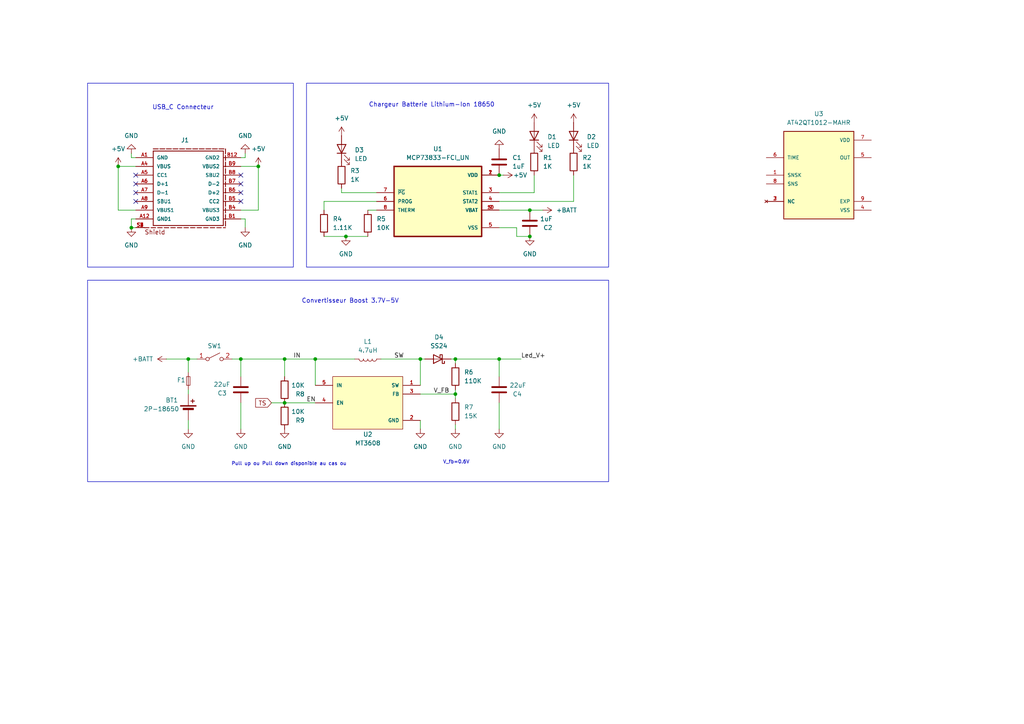
<source format=kicad_sch>
(kicad_sch (version 20231120) (generator "eeschema") (generator_version "8.0")
  (paper "A4")
  (lib_symbols
    (symbol "Device:Battery_Cell" (pin_numbers hide) (pin_names (offset 0) hide)
      (property "Reference" "BT" (at 2.54 2.54 0))
      (property "Value" "Battery_Cell" (at 2.54 0 0))
      (symbol "Battery_Cell_0_1"
        (rectangle (start -2.286 1.778) (end 2.286 1.524) (fill (type outline)))
        (rectangle (start -1.524 1.016) (end 1.524 0.508) (fill (type outline)))
        (polyline (pts (xy 0 0.762) (xy 0 0)))
        (polyline (pts (xy 0 1.778) (xy 0 2.54)))
        (polyline (pts (xy 0.762 3.048) (xy 1.778 3.048)) (stroke (width 0.254)))
        (polyline (pts (xy 1.27 3.556) (xy 1.27 2.54)) (stroke (width 0.254)))
      )
      (symbol "Battery_Cell_1_1"
        (pin passive line (at 0 5.08 270) (length 2.54) (name "+") (number "1"))
        (pin passive line (at 0 -2.54 90) (length 2.54) (name "-") (number "2"))
      )
    )
    (symbol "Device:C" (pin_numbers hide) (pin_names (offset 0.254))
      (property "Reference" "C" (at 0.635 2.54 0))
      (property "Value" "C" (at 0.635 -2.54 0))
      (symbol "C_0_1"
        (polyline (pts (xy -2.032 -0.762) (xy 2.032 -0.762)) (stroke (width 0.508)))
        (polyline (pts (xy -2.032 0.762) (xy 2.032 0.762)) (stroke (width 0.508)))
      )
      (symbol "C_1_1"
        (pin passive line (at 0 3.81 270) (length 2.794) (name "~") (number "1"))
        (pin passive line (at 0 -3.81 90) (length 2.794) (name "~") (number "2"))
      )
    )
    (symbol "Device:Fuse_Small" (pin_numbers hide) (pin_names (offset 0.254) hide)
      (property "Reference" "F" (at 0 -1.524 0))
      (property "Value" "Fuse_Small" (at 0 1.524 0))
      (symbol "Fuse_Small_0_1"
        (rectangle (start -1.27 0.508) (end 1.27 -0.508))
        (polyline (pts (xy -1.27 0) (xy 1.27 0)))
      )
      (symbol "Fuse_Small_1_1"
        (pin passive line (at -2.54 0 0) (length 1.27) (name "~") (number "1"))
        (pin passive line (at 2.54 0 180) (length 1.27) (name "~") (number "2"))
      )
    )
    (symbol "Device:L" (pin_numbers hide) (pin_names (offset 1.016) hide)
      (property "Reference" "L" (at -1.27 0 90))
      (property "Value" "L" (at 1.905 0 90))
      (symbol "L_0_1"
        (arc (start 0 -2.54) (mid 0.6323 -1.905) (end 0 -1.27))
        (arc (start 0 -1.27) (mid 0.6323 -0.635) (end 0 0))
        (arc (start 0 0) (mid 0.6323 0.635) (end 0 1.27))
        (arc (start 0 1.27) (mid 0.6323 1.905) (end 0 2.54))
      )
      (symbol "L_1_1"
        (pin passive line (at 0 3.81 270) (length 1.27) (name "1") (number "1"))
        (pin passive line (at 0 -3.81 90) (length 1.27) (name "2") (number "2"))
      )
    )
    (symbol "Device:LED" (pin_numbers hide) (pin_names (offset 1.016) hide)
      (property "Reference" "D" (at 0 2.54 0))
      (property "Value" "LED" (at 0 -2.54 0))
      (symbol "LED_0_1"
        (polyline (pts (xy -1.27 -1.27) (xy -1.27 1.27)) (stroke (width 0.254)))
        (polyline (pts (xy -1.27 0) (xy 1.27 0)))
        (polyline (pts (xy 1.27 -1.27) (xy 1.27 1.27) (xy -1.27 0) (xy 1.27 -1.27)) (stroke (width 0.254)))
        (polyline (pts (xy -3.048 -0.762) (xy -4.572 -2.286) (xy -3.81 -2.286) (xy -4.572 -2.286) (xy -4.572 -1.524)))
        (polyline (pts (xy -1.778 -0.762) (xy -3.302 -2.286) (xy -2.54 -2.286) (xy -3.302 -2.286) (xy -3.302 -1.524)))
      )
      (symbol "LED_1_1"
        (pin passive line (at -3.81 0 0) (length 2.54) (name "K") (number "1"))
        (pin passive line (at 3.81 0 180) (length 2.54) (name "A") (number "2"))
      )
    )
    (symbol "Device:R" (pin_numbers hide) (pin_names (offset 0))
      (property "Reference" "R" (at 2.032 0 90))
      (property "Value" "R" (at 0 0 90))
      (symbol "R_0_1"
        (rectangle (start -1.016 -2.54) (end 1.016 2.54) (stroke (width 0.254)))
      )
      (symbol "R_1_1"
        (pin passive line (at 0 3.81 270) (length 1.27) (name "~") (number "1"))
        (pin passive line (at 0 -3.81 90) (length 1.27) (name "~") (number "2"))
      )
    )
    (symbol "Diode:SS24" (pin_numbers hide) (pin_names (offset 1.016) hide)
      (property "Reference" "D" (at 0 2.54 0))
      (property "Value" "SS24" (at 0 -2.54 0))
      (symbol "SS24_0_1"
        (polyline (pts (xy 1.27 0) (xy -1.27 0)))
        (polyline (pts (xy 1.27 1.27) (xy 1.27 -1.27) (xy -1.27 0) (xy 1.27 1.27)) (stroke (width 0.254)))
        (polyline (pts (xy -1.905 0.635) (xy -1.905 1.27) (xy -1.27 1.27) (xy -1.27 -1.27) (xy -0.635 -1.27) (xy -0.635 -0.635)) (stroke (width 0.254)))
      )
      (symbol "SS24_1_1"
        (pin passive line (at -3.81 0 0) (length 2.54) (name "K") (number "1"))
        (pin passive line (at 3.81 0 180) (length 2.54) (name "A") (number "2"))
      )
    )
    (symbol "LAMP_OUTDOOR_BATTERY:AT42QT1012-MAHR" (pin_names (offset 1.016))
      (property "Reference" "U" (at -10.16 13.208 0))
      (property "Value" "AT42QT1012-MAHR" (at -10.16 -15.24 0))
      (symbol "AT42QT1012-MAHR_0_0"
        (rectangle (start -10.16 -12.7) (end 10.16 12.7) (stroke (width 0.254)) (fill (type background)))
        (pin bidirectional line (at -15.24 0 0) (length 5.08) (name "SNSK") (number "1"))
        (pin no_connect line (at -15.24 -7.62 0) (length 5.08) (name "NC") (number "2"))
        (pin no_connect line (at -15.24 -7.62 0) (length 5.08) (name "NC") (number "3"))
        (pin power_in line (at 15.24 -10.16 180) (length 5.08) (name "VSS") (number "4"))
        (pin output line (at 15.24 5.08 180) (length 5.08) (name "OUT") (number "5"))
        (pin input line (at -15.24 5.08 0) (length 5.08) (name "TIME") (number "6"))
        (pin power_in line (at 15.24 10.16 180) (length 5.08) (name "VDD") (number "7"))
        (pin bidirectional line (at -15.24 -2.54 0) (length 5.08) (name "SNS") (number "8"))
        (pin passive line (at 15.24 -7.62 180) (length 5.08) (name "EXP") (number "9"))
      )
    )
    (symbol "LAMP_OUTDOOR_BATTERY:MCP73833-FCI_UN" (pin_names (offset 1.016))
      (property "Reference" "U" (at -12.7 11.16 0))
      (property "Value" "MCP73833-FCI_UN" (at -12.7 -14.16 0))
      (symbol "MCP73833-FCI_UN_0_0"
        (rectangle (start -12.7 -10.16) (end 12.7 10.16) (stroke (width 0.41)) (fill (type background)))
        (pin power_in line (at 17.78 7.62 180) (length 5.08) (name "VDD") (number "1"))
        (pin output line (at 17.78 -2.54 180) (length 5.08) (name "VBAT") (number "10"))
        (pin power_in line (at 17.78 7.62 180) (length 5.08) (name "VDD") (number "2"))
        (pin output line (at 17.78 2.54 180) (length 5.08) (name "STAT1") (number "3"))
        (pin output line (at 17.78 0 180) (length 5.08) (name "STAT2") (number "4"))
        (pin power_in line (at 17.78 -7.62 180) (length 5.08) (name "VSS") (number "5"))
        (pin input line (at -17.78 0 0) (length 5.08) (name "PROG") (number "6"))
        (pin input line (at -17.78 2.54 0) (length 5.08) (name "~{PG}") (number "7"))
        (pin input line (at -17.78 -2.54 0) (length 5.08) (name "THERM") (number "8"))
        (pin output line (at 17.78 -2.54 180) (length 5.08) (name "VBAT") (number "9"))
      )
    )
    (symbol "LAMP_OUTDOOR_BATTERY:MT3608" (pin_names (offset 1.016))
      (property "Reference" "U" (at -10.16 10.16 0))
      (property "Value" "MT3608" (at -10.16 -12.7 0))
      (symbol "MT3608_0_0"
        (rectangle (start -10.16 -7.62) (end 10.16 7.62) (stroke (width 0.1524)) (fill (type background)))
        (pin output line (at 15.24 5.08 180) (length 5.08) (name "SW") (number "1"))
        (pin power_in line (at 15.24 -5.08 180) (length 5.08) (name "GND") (number "2"))
        (pin input line (at 15.24 2.54 180) (length 5.08) (name "FB") (number "3"))
        (pin input line (at -15.24 0 0) (length 5.08) (name "EN") (number "4"))
        (pin input line (at -15.24 5.08 0) (length 5.08) (name "IN") (number "5"))
      )
    )
    (symbol "LAMP_OUTDOOR_BATTERY:USB-C Connecteur 16p" (pin_names (offset 1.016))
      (property "Reference" "J" (at 0 11.43 0))
      (symbol "USB-C Connecteur 16p_0_0"
        (polyline (pts (xy -12.7 -12.7) (xy -11.3771 -12.7)) (stroke (width 0.254)))
        (polyline (pts (xy -10.795 -12.7) (xy -9.4721 -12.7)) (stroke (width 0.254)))
        (polyline (pts (xy -10.16 -12.065) (xy -10.16 9.525)) (stroke (width 0.254)))
        (polyline (pts (xy -10.16 9.525) (xy 10.16 9.525)) (stroke (width 0.254)))
        (polyline (pts (xy -10.16 10.16) (xy -8.6995 10.16)) (stroke (width 0.254)))
        (polyline (pts (xy -8.89 -12.7) (xy -7.5671 -12.7)) (stroke (width 0.254)))
        (polyline (pts (xy -8.255 10.16) (xy -6.7945 10.16)) (stroke (width 0.254)))
        (polyline (pts (xy -6.985 -12.7) (xy -5.6621 -12.7)) (stroke (width 0.254)))
        (polyline (pts (xy -6.35 10.16) (xy -4.8895 10.16)) (stroke (width 0.254)))
        (polyline (pts (xy -5.08 -12.7) (xy -3.7571 -12.7)) (stroke (width 0.254)))
        (polyline (pts (xy -4.445 10.16) (xy -2.9845 10.16)) (stroke (width 0.254)))
        (polyline (pts (xy -3.175 -12.7) (xy -1.8521 -12.7)) (stroke (width 0.254)))
        (polyline (pts (xy -2.54 10.16) (xy -1.0795 10.16)) (stroke (width 0.254)))
        (polyline (pts (xy -1.27 -12.7) (xy 0.0529 -12.7)) (stroke (width 0.254)))
        (polyline (pts (xy -0.635 10.16) (xy 0.8255 10.16)) (stroke (width 0.254)))
        (polyline (pts (xy 0.635 -12.7) (xy 1.9579 -12.7)) (stroke (width 0.254)))
        (polyline (pts (xy 1.27 10.16) (xy 2.7305 10.16)) (stroke (width 0.254)))
        (polyline (pts (xy 2.54 -12.7) (xy 3.8629 -12.7)) (stroke (width 0.254)))
        (polyline (pts (xy 3.175 10.16) (xy 4.6355 10.16)) (stroke (width 0.254)))
        (polyline (pts (xy 4.445 -12.7) (xy 5.7679 -12.7)) (stroke (width 0.254)))
        (polyline (pts (xy 5.08 10.16) (xy 6.5405 10.16)) (stroke (width 0.254)))
        (polyline (pts (xy 6.35 -12.7) (xy 7.6729 -12.7)) (stroke (width 0.254)))
        (polyline (pts (xy 6.985 10.16) (xy 8.4455 10.16)) (stroke (width 0.254)))
        (polyline (pts (xy 8.255 -12.7) (xy 9.5779 -12.7)) (stroke (width 0.254)))
        (polyline (pts (xy 8.89 10.16) (xy 10.3505 10.16)) (stroke (width 0.254)))
        (polyline (pts (xy 10.16 -12.7) (xy 10.795 -12.7)) (stroke (width 0.254)))
        (polyline (pts (xy 10.16 -12.065) (xy -10.16 -12.065)) (stroke (width 0.254)))
        (polyline (pts (xy 10.16 9.525) (xy 10.16 -12.065)) (stroke (width 0.254)))
        (polyline (pts (xy 10.795 -10.795) (xy 10.795 -12.2382)) (stroke (width 0.254)))
        (polyline (pts (xy 10.795 -8.89) (xy 10.795 -10.3332)) (stroke (width 0.254)))
        (polyline (pts (xy 10.795 -6.985) (xy 10.795 -8.4282)) (stroke (width 0.254)))
        (polyline (pts (xy 10.795 -5.08) (xy 10.795 -6.5232)) (stroke (width 0.254)))
        (polyline (pts (xy 10.795 -3.175) (xy 10.795 -4.6182)) (stroke (width 0.254)))
        (polyline (pts (xy 10.795 -1.27) (xy 10.795 -2.7132)) (stroke (width 0.254)))
        (polyline (pts (xy 10.795 0.635) (xy 10.795 -0.8082)) (stroke (width 0.254)))
        (polyline (pts (xy 10.795 2.54) (xy 10.795 1.0968)) (stroke (width 0.254)))
        (polyline (pts (xy 10.795 4.445) (xy 10.795 3.0018)) (stroke (width 0.254)))
        (polyline (pts (xy 10.795 6.35) (xy 10.795 4.9068)) (stroke (width 0.254)))
        (polyline (pts (xy 10.795 8.255) (xy 10.795 6.8118)) (stroke (width 0.254)))
        (polyline (pts (xy 10.795 10.16) (xy 10.795 8.7168)) (stroke (width 0.254)))
        (text "Shield" (at -12.7 -14.732 0) (effects (font (size 1.27 1.27)) (justify left bottom)))
        (pin passive line (at -15.24 7.62 0) (length 5.08) (name "GND") (number "A1"))
        (pin passive line (at -15.24 -10.16 0) (length 5.08) (name "GND1") (number "A12"))
        (pin passive line (at -15.24 5.08 0) (length 5.08) (name "VBUS") (number "A4"))
        (pin passive line (at -15.24 2.54 0) (length 5.08) (name "CC1") (number "A5"))
        (pin passive line (at -15.24 0 0) (length 5.08) (name "D+1") (number "A6"))
        (pin passive line (at -15.24 -2.54 0) (length 5.08) (name "D-1") (number "A7"))
        (pin passive line (at -15.24 -5.08 0) (length 5.08) (name "SBU1") (number "A8"))
        (pin passive line (at -15.24 -7.62 0) (length 5.08) (name "VBUS1") (number "A9"))
        (pin passive line (at 15.24 -10.16 180) (length 5.08) (name "GND3") (number "B1"))
        (pin passive line (at 15.24 7.62 180) (length 5.08) (name "GND2") (number "B12"))
        (pin passive line (at 15.24 -7.62 180) (length 5.08) (name "VBUS3") (number "B4"))
        (pin passive line (at 15.24 -5.08 180) (length 5.08) (name "CC2") (number "B5"))
        (pin passive line (at 15.24 -2.54 180) (length 5.08) (name "D+2") (number "B6"))
        (pin passive line (at 15.24 0 180) (length 5.08) (name "D-2") (number "B7"))
        (pin passive line (at 15.24 2.54 180) (length 5.08) (name "SBU2") (number "B8"))
        (pin passive line (at 15.24 5.08 180) (length 5.08) (name "VBUS2") (number "B9"))
        (pin passive line (at -15.24 -12.7 0) (length 2.54) (name "~") (number "S1"))
        (pin passive line (at -15.24 -12.7 0) (length 2.54) (name "~") (number "S2"))
        (pin passive line (at -15.24 -12.7 0) (length 2.54) (name "~") (number "S3"))
        (pin passive line (at -15.24 -12.7 0) (length 2.54) (name "~") (number "S4"))
      )
    )
    (symbol "Switch:SW_SPST" (pin_names (offset 0) hide)
      (property "Reference" "SW" (at 0 3.175 0))
      (property "Value" "SW_SPST" (at 0 -2.54 0))
      (symbol "SW_SPST_0_0"
        (circle (center -2.032 0) (radius 0.508))
        (polyline (pts (xy -1.524 0.254) (xy 1.524 1.778)))
        (circle (center 2.032 0) (radius 0.508))
      )
      (symbol "SW_SPST_1_1"
        (pin passive line (at -5.08 0 0) (length 2.54) (name "A") (number "1"))
        (pin passive line (at 5.08 0 180) (length 2.54) (name "B") (number "2"))
      )
    )
    (symbol "power:+5V" (power) (pin_numbers hide) (pin_names (offset 0) hide)
      (property "Value" "+5V" (at 0 3.556 0))
      (symbol "+5V_0_1"
        (polyline (pts (xy -0.762 1.27) (xy 0 2.54)))
        (polyline (pts (xy 0 0) (xy 0 2.54)))
        (polyline (pts (xy 0 2.54) (xy 0.762 1.27)))
      )
      (symbol "+5V_1_1"
        (pin power_in line (at 0 0 90) (length 0) (name "~") (number "1"))
      )
    )
    (symbol "power:+BATT" (power) (pin_numbers hide) (pin_names (offset 0) hide)
      (property "Value" "+BATT" (at 0 3.556 0))
      (symbol "+BATT_0_1"
        (polyline (pts (xy -0.762 1.27) (xy 0 2.54)))
        (polyline (pts (xy 0 0) (xy 0 2.54)))
        (polyline (pts (xy 0 2.54) (xy 0.762 1.27)))
      )
      (symbol "+BATT_1_1"
        (pin power_in line (at 0 0 90) (length 0) (name "~") (number "1"))
      )
    )
    (symbol "power:GND" (power) (pin_numbers hide) (pin_names (offset 0) hide)
      (property "Value" "GND" (at 0 -3.81 0))
      (symbol "GND_0_1"
        (polyline (pts (xy 0 0) (xy 0 -1.27) (xy 1.27 -1.27) (xy 0 -2.54) (xy -1.27 -1.27) (xy 0 -1.27)))
      )
      (symbol "GND_1_1"
        (pin power_in line (at 0 0 270) (length 0) (name "~") (number "1"))
      )
    )
  )
  (junction (at 153.67 60.96))
  (junction (at 144.78 104.14))
  (junction (at 153.67 68.58))
  (junction (at 82.55 104.14))
  (junction (at 54.61 104.14))
  (junction (at 82.55 116.84))
  (junction (at 121.92 104.14))
  (junction (at 100.33 68.58))
  (junction (at 34.29 48.26))
  (junction (at 38.1 66.04))
  (junction (at 91.44 104.14))
  (junction (at 74.93 48.26))
  (junction (at 132.08 104.14))
  (junction (at 144.78 50.8))
  (junction (at 69.85 104.14))
  (junction (at 132.08 114.3))
  (no_connect (at 69.85 58.42))
  (no_connect (at 69.85 53.34))
  (no_connect (at 39.37 50.8))
  (no_connect (at 39.37 55.88))
  (no_connect (at 69.85 50.8))
  (no_connect (at 69.85 55.88))
  (no_connect (at 39.37 53.34))
  (no_connect (at 39.37 58.42))
  (wire (pts (xy 132.08 104.14) (xy 132.08 105.41)))
  (wire (pts (xy 54.61 113.03) (xy 54.61 114.3)))
  (wire (pts (xy 38.1 45.72) (xy 38.1 44.45)))
  (wire (pts (xy 69.85 109.22) (xy 69.85 104.14)))
  (wire (pts (xy 123.19 104.14) (xy 121.92 104.14)))
  (wire (pts (xy 82.55 104.14) (xy 82.55 109.22)))
  (wire (pts (xy 78.74 116.84) (xy 82.55 116.84)))
  (wire (pts (xy 91.44 111.76) (xy 91.44 104.14)))
  (wire (pts (xy 69.85 104.14) (xy 82.55 104.14)))
  (wire (pts (xy 144.78 109.22) (xy 144.78 104.14)))
  (wire (pts (xy 154.94 55.88) (xy 144.78 55.88)))
  (wire (pts (xy 166.37 58.42) (xy 166.37 50.8)))
  (wire (pts (xy 99.06 54.61) (xy 99.06 55.88)))
  (wire (pts (xy 48.26 104.14) (xy 54.61 104.14)))
  (wire (pts (xy 121.92 104.14) (xy 121.92 111.76)))
  (wire (pts (xy 121.92 114.3) (xy 132.08 114.3)))
  (wire (pts (xy 144.78 58.42) (xy 166.37 58.42)))
  (wire (pts (xy 82.55 116.84) (xy 91.44 116.84)))
  (wire (pts (xy 69.85 45.72) (xy 71.12 45.72)))
  (wire (pts (xy 38.1 63.5) (xy 38.1 66.04)))
  (wire (pts (xy 100.33 68.58) (xy 106.68 68.58)))
  (wire (pts (xy 69.85 60.96) (xy 74.93 60.96)))
  (wire (pts (xy 144.78 60.96) (xy 153.67 60.96)))
  (wire (pts (xy 149.86 68.58) (xy 153.67 68.58)))
  (wire (pts (xy 100.33 68.58) (xy 93.98 68.58)))
  (wire (pts (xy 34.29 48.26) (xy 39.37 48.26)))
  (wire (pts (xy 99.06 55.88) (xy 109.22 55.88)))
  (wire (pts (xy 144.78 104.14) (xy 132.08 104.14)))
  (wire (pts (xy 82.55 104.14) (xy 91.44 104.14)))
  (wire (pts (xy 144.78 124.46) (xy 144.78 116.84)))
  (wire (pts (xy 157.48 60.96) (xy 153.67 60.96)))
  (wire (pts (xy 39.37 45.72) (xy 38.1 45.72)))
  (wire (pts (xy 54.61 121.92) (xy 54.61 124.46)))
  (wire (pts (xy 144.78 50.8) (xy 146.05 50.8)))
  (wire (pts (xy 130.81 104.14) (xy 132.08 104.14)))
  (wire (pts (xy 39.37 66.04) (xy 38.1 66.04)))
  (wire (pts (xy 69.85 116.84) (xy 69.85 124.46)))
  (wire (pts (xy 34.29 60.96) (xy 34.29 48.26)))
  (wire (pts (xy 54.61 104.14) (xy 54.61 107.95)))
  (wire (pts (xy 121.92 124.46) (xy 121.92 121.92)))
  (wire (pts (xy 67.31 104.14) (xy 69.85 104.14)))
  (wire (pts (xy 71.12 63.5) (xy 71.12 66.04)))
  (wire (pts (xy 93.98 58.42) (xy 109.22 58.42)))
  (wire (pts (xy 132.08 114.3) (xy 132.08 115.57)))
  (wire (pts (xy 71.12 45.72) (xy 71.12 44.45)))
  (wire (pts (xy 69.85 63.5) (xy 71.12 63.5)))
  (wire (pts (xy 154.94 50.8) (xy 154.94 55.88)))
  (wire (pts (xy 144.78 66.04) (xy 149.86 66.04)))
  (wire (pts (xy 54.61 104.14) (xy 57.15 104.14)))
  (wire (pts (xy 91.44 104.14) (xy 102.87 104.14)))
  (wire (pts (xy 132.08 124.46) (xy 132.08 123.19)))
  (wire (pts (xy 74.93 48.26) (xy 74.93 60.96)))
  (wire (pts (xy 93.98 60.96) (xy 93.98 58.42)))
  (wire (pts (xy 39.37 63.5) (xy 38.1 63.5)))
  (wire (pts (xy 106.68 60.96) (xy 109.22 60.96)))
  (wire (pts (xy 132.08 113.03) (xy 132.08 114.3)))
  (wire (pts (xy 149.86 66.04) (xy 149.86 68.58)))
  (wire (pts (xy 110.49 104.14) (xy 121.92 104.14)))
  (wire (pts (xy 39.37 60.96) (xy 34.29 60.96)))
  (wire (pts (xy 69.85 48.26) (xy 74.93 48.26)))
  (wire (pts (xy 144.78 104.14) (xy 151.13 104.14)))
  (rectangle (start 25.4 81.28) (end 176.53 139.7))
  (rectangle (start 25.4 24.13) (end 85.09 77.47))
  (rectangle (start 88.9 24.13) (end 176.53 77.47))
  (text "Convertisseur Boost 3.7V-5V" (at 101.6 87.376 0) (effects (font (size 1.27 1.27))))
  (text "USB_C Connecteur" (at 53.086 31.242 0) (effects (font (size 1.27 1.27))))
  (text "Pull up ou Pull down disponible au cas ou\n" (at 83.82 134.62 0) (effects (font (size 1 1))))
  (text "Chargeur Batterie Lithium-Ion 18650" (at 125.222 30.48 0) (effects (font (size 1.27 1.27))))
  (text "V_fb=0.6V" (at 132.334 134.112 0) (effects (font (size 1 1))))
  (label "EN" (at 88.9 116.84 0))
  (label "IN" (at 85.09 104.14 0))
  (label "V_FB" (at 125.73 114.3 0))
  (label "Led_V+" (at 151.13 104.14 0))
  (label "SW" (at 114.3 104.14 0))
  (global_label "TS" (shape input) (at 78.74 116.84 180) (property "Intersheetrefs" "${INTERSHEET_REFS}" (effects (hide yes))))
  (symbol (lib_id "Device:Battery_Cell") (at 54.61 119.38 0) (unit 1)
    (property "Reference" "BT1" (at 48.006 116.078 0) (effects (justify left)))
    (property "Value" "2P-18650" (at 41.656 118.618 0) (effects (justify left)))
    (property "Description" "Single-cell battery" (effects (hide yes)))
  )
  (symbol (lib_id "Device:Fuse_Small") (at 54.61 110.49 90) (unit 1)
    (property "Reference" "F1" (at 51.308 110.236 90) (effects (justify right)))
    (property "Value" "Fuse_Small" (effects (hide yes)))
    (property "Footprint" "Fuse:Fuse_1206_3216Metric_Pad1.42x1.75mm_HandSolder" (effects (hide yes)))
    (property "Description" "Fuse, small symbol" (effects (hide yes)))
  )
  (symbol (lib_id "power:GND") (at 71.12 44.45 180) (unit 1)
    (property "Reference" "#PWR05" (effects (hide yes)))
    (property "Value" "GND" (at 71.12 39.37 0))
    (property "Description" "Power symbol creates a global label with name \"GND\" , ground" (effects (hide yes)))
  )
  (symbol (lib_id "power:+5V") (at 146.05 50.8 270) (unit 1)
    (property "Reference" "#PWR014" (effects (hide yes)))
    (property "Value" "+5V" (at 148.844 50.8 90) (effects (justify left)))
    (property "Description" "Power symbol creates a global label with name \"+5V\"" (effects (hide yes)))
  )
  (symbol (lib_id "power:GND") (at 121.92 124.46 0) (unit 1)
    (property "Reference" "#PWR017" (effects (hide yes)))
    (property "Value" "GND" (at 121.92 129.54 0))
    (property "Description" "Power symbol creates a global label with name \"GND\" , ground" (effects (hide yes)))
  )
  (symbol (lib_id "Device:R") (at 93.98 64.77 0) (unit 1)
    (property "Reference" "R4" (at 96.52 63.4999 0) (effects (justify left)))
    (property "Value" "1.11K" (at 96.52 66.0399 0) (effects (justify left)))
    (property "Footprint" "Resistor_SMD:R_0402_1005Metric_Pad0.72x0.64mm_HandSolder" (effects (hide yes)))
    (property "Description" "Resistor" (effects (hide yes)))
  )
  (symbol (lib_id "power:+BATT") (at 48.26 104.14 90) (unit 1)
    (property "Reference" "#PWR07" (effects (hide yes)))
    (property "Value" "+BATT" (at 44.45 104.1399 90) (effects (justify left)))
    (property "Description" "Power symbol creates a global label with name \"+BATT\"" (effects (hide yes)))
  )
  (symbol (lib_id "Device:R") (at 82.55 113.03 180) (unit 1)
    (property "Reference" "R8" (at 88.392 114.3 0) (effects (justify left)))
    (property "Value" "10K" (at 88.392 111.76 0) (effects (justify left)))
    (property "Footprint" "Resistor_SMD:R_0402_1005Metric_Pad0.72x0.64mm_HandSolder" (effects (hide yes)))
    (property "Description" "Resistor" (effects (hide yes)))
  )
  (symbol (lib_id "power:+5V") (at 34.29 48.26 0) (unit 1)
    (property "Reference" "#PWR01" (effects (hide yes)))
    (property "Value" "+5V" (at 34.29 43.18 0))
    (property "Description" "Power symbol creates a global label with name \"+5V\"" (effects (hide yes)))
  )
  (symbol (lib_id "Device:R") (at 154.94 46.99 0) (unit 1)
    (property "Reference" "R1" (at 157.48 45.7199 0) (effects (justify left)))
    (property "Value" "1K" (at 157.48 48.2599 0) (effects (justify left)))
    (property "Footprint" "Resistor_SMD:R_0402_1005Metric_Pad0.72x0.64mm_HandSolder" (effects (hide yes)))
    (property "Description" "Resistor" (effects (hide yes)))
  )
  (symbol (lib_id "power:GND") (at 69.85 124.46 0) (unit 1)
    (property "Reference" "#PWR016" (effects (hide yes)))
    (property "Value" "GND" (at 69.85 129.54 0))
    (property "Description" "Power symbol creates a global label with name \"GND\" , ground" (effects (hide yes)))
  )
  (symbol (lib_id "Device:LED") (at 154.94 39.37 90) (unit 1)
    (property "Reference" "D1" (at 158.75 39.6874 90) (effects (justify right)))
    (property "Value" "LED" (at 158.75 42.2274 90) (effects (justify right)))
    (property "Footprint" "LED_SMD:LED_0805_2012Metric_Pad1.15x1.40mm_HandSolder" (effects (hide yes)))
    (property "Description" "Light emitting diode" (effects (hide yes)))
  )
  (symbol (lib_id "power:+5V") (at 99.06 39.37 0) (unit 1)
    (property "Reference" "#PWR09" (effects (hide yes)))
    (property "Value" "+5V" (at 99.06 34.29 0))
    (property "Description" "Power symbol creates a global label with name \"+5V\"" (effects (hide yes)))
  )
  (symbol (lib_id "Device:C") (at 144.78 113.03 180) (unit 1)
    (property "Reference" "C4" (at 151.384 114.3 0) (effects (justify left)))
    (property "Value" "22uF" (at 152.654 111.76 0) (effects (justify left)))
    (property "Footprint" "Capacitor_SMD:C_0402_1005Metric_Pad0.74x0.62mm_HandSolder" (effects (hide yes)))
    (property "Description" "Unpolarized capacitor" (effects (hide yes)))
  )
  (symbol (lib_id "power:GND") (at 54.61 124.46 0) (unit 1)
    (property "Reference" "#PWR020" (effects (hide yes)))
    (property "Value" "GND" (at 54.61 129.54 0))
    (property "Description" "Power symbol creates a global label with name \"GND\" , ground" (effects (hide yes)))
  )
  (symbol (lib_id "power:GND") (at 144.78 43.18 180) (unit 1)
    (property "Reference" "#PWR08" (effects (hide yes)))
    (property "Value" "GND" (at 144.78 38.1 0))
    (property "Description" "Power symbol creates a global label with name \"GND\" , ground" (effects (hide yes)))
  )
  (symbol (lib_id "power:+5V") (at 166.37 35.56 0) (unit 1)
    (property "Reference" "#PWR011" (effects (hide yes)))
    (property "Value" "+5V" (at 166.37 30.48 0))
    (property "Description" "Power symbol creates a global label with name \"+5V\"" (effects (hide yes)))
  )
  (symbol (lib_id "LAMP_OUTDOOR_BATTERY:USB-C Connecteur 16p") (at 54.61 53.34 0) (unit 1)
    (property "Reference" "J1" (at 53.6575 40.64 0))
    (property "Value" "629722000214" (effects (hide yes)))
    (property "Footprint" "LAMP_OUTDOOR_BATTERY:USB-C Connecteur 16p" (effects (hide yes)))
    (property "INTERFACE-TYPE" "Type C" (effects (hide yes)))
    (property "MF" "Würth Elektronik" (effects (hide yes)))
    (property "Description_1" "\nUSB CONN, 2.0 TYPE C, R/A RCPT, 16P, SMT;\n" (effects (hide yes)))
    (property "Package" "None" (effects (hide yes)))
    (property "MOUNT" "SMT" (effects (hide yes)))
    (property "IR" "5A" (effects (hide yes)))
    (property "Check_prices" "https://www.snapeda.com/parts/629722000214/Wurth+Elektronik/view-part/?ref=eda" (effects (hide yes)))
    (property "Price" "None" (effects (hide yes)))
    (property "PACKAGING" "Tape and Reel" (effects (hide yes)))
    (property "APPLICATION" "USB 2.0" (effects (hide yes)))
    (property "PART-NUMBER" "629722000214" (effects (hide yes)))
    (property "SnapEDA_Link" "https://www.snapeda.com/parts/629722000214/Wurth+Elektronik/view-part/?ref=snap" (effects (hide yes)))
    (property "DATASHEET-URL" "https://www.we-online.com/redexpert/spec/629722000214?ae" (effects (hide yes)))
    (property "MP" "629722000214" (effects (hide yes)))
    (property "WORKING-VOLTAGE" "20V(AC)" (effects (hide yes)))
    (property "PINS" "16" (effects (hide yes)))
    (property "TYPE" "Horizontal" (effects (hide yes)))
    (property "GERDER" "Receptacle" (effects (hide yes)))
    (property "Availability" "Not in stock" (effects (hide yes)))
  )
  (symbol (lib_id "power:+5V") (at 74.93 48.26 0) (unit 1)
    (property "Reference" "#PWR06" (effects (hide yes)))
    (property "Value" "+5V" (at 74.93 43.18 0))
    (property "Description" "Power symbol creates a global label with name \"+5V\"" (effects (hide yes)))
  )
  (symbol (lib_id "Device:L") (at 106.68 104.14 270) (unit 1)
    (property "Reference" "L1" (at 106.68 99.06 90))
    (property "Value" "4.7uH" (at 106.68 101.6 90))
    (property "Description" "Inductor" (effects (hide yes)))
  )
  (symbol (lib_id "Switch:SW_SPST") (at 62.23 104.14 0) (unit 1)
    (property "Reference" "SW1" (at 62.23 100.33 0))
    (property "Value" "SW_SPST" (effects (hide yes)))
    (property "Footprint" "Connector_PinHeader_2.54mm:PinHeader_1x02_P2.54mm_Vertical" (effects (hide yes)))
    (property "Description" "Single Pole Single Throw (SPST) switch" (effects (hide yes)))
  )
  (symbol (lib_id "power:GND") (at 100.33 68.58 0) (unit 1)
    (property "Reference" "#PWR013" (effects (hide yes)))
    (property "Value" "GND" (at 100.33 73.66 0))
    (property "Description" "Power symbol creates a global label with name \"GND\" , ground" (effects (hide yes)))
  )
  (symbol (lib_id "power:GND") (at 38.1 44.45 180) (unit 1)
    (property "Reference" "#PWR04" (effects (hide yes)))
    (property "Value" "GND" (at 38.1 39.37 0))
    (property "Description" "Power symbol creates a global label with name \"GND\" , ground" (effects (hide yes)))
  )
  (symbol (lib_id "Device:C") (at 144.78 46.99 0) (unit 1)
    (property "Reference" "C1" (at 148.59 45.7199 0) (effects (justify left)))
    (property "Value" "1uF" (at 148.59 48.2599 0) (effects (justify left)))
    (property "Footprint" "Capacitor_SMD:C_0402_1005Metric_Pad0.74x0.62mm_HandSolder" (effects (hide yes)))
    (property "Description" "Unpolarized capacitor" (effects (hide yes)))
  )
  (symbol (lib_id "power:GND") (at 38.1 66.04 0) (unit 1)
    (property "Reference" "#PWR02" (effects (hide yes)))
    (property "Value" "GND" (at 38.1 71.12 0))
    (property "Description" "Power symbol creates a global label with name \"GND\" , ground" (effects (hide yes)))
  )
  (symbol (lib_id "LAMP_OUTDOOR_BATTERY:AT42QT1012-MAHR") (at 237.49 50.8 0) (unit 1)
    (property "Reference" "U3" (at 237.49 33.02 0))
    (property "Value" "AT42QT1012-MAHR" (at 237.49 35.56 0))
    (property "Footprint" "LAMP_OUTDOOR_BATTERY:SON50P200X200X60-9N" (effects (hide yes)))
    (property "MF" "Microchip Technology" (effects (hide yes)))
    (property "SNAPEDA_PACKAGE_ID" "10574" (effects (hide yes)))
    (property "MAXIMUM_PACKAGE_HEIGHT" "0.6mm" (effects (hide yes)))
    (property "Price" "None" (effects (hide yes)))
    (property "Package" "UDFN-8 Microchip" (effects (hide yes)))
    (property "Check_prices" "https://www.snapeda.com/parts/AT42QT1012-MAHR/Microchip/view-part/?ref=eda" (effects (hide yes)))
    (property "STANDARD" "IPC 7351B" (effects (hide yes)))
    (property "PARTREV" "I" (effects (hide yes)))
    (property "SnapEDA_Link" "https://www.snapeda.com/parts/AT42QT1012-MAHR/Microchip/view-part/?ref=snap" (effects (hide yes)))
    (property "MP" "AT42QT1012-MAHR" (effects (hide yes)))
    (property "Description_1" "\n                        \n                            Capacitive Touch Screen 1 Key 8-Pin UDFN EP T/R\n                        \n" (effects (hide yes)))
    (property "MANUFACTURER" "Microchip" (effects (hide yes)))
    (property "Availability" "In Stock" (effects (hide yes)))
    (property "SNAPEDA_PN" "AT42QT1012-MAHR" (effects (hide yes)))
  )
  (symbol (lib_id "Diode:SS24") (at 127 104.14 180) (unit 1)
    (property "Reference" "D4" (at 127.3175 97.79 0))
    (property "Value" "SS24" (at 127.3175 100.33 0))
    (property "Footprint" "Diode_SMD:D_SMA" (effects (hide yes)))
    (property "Datasheet" "https://www.vishay.com/docs/88748/ss22.pdf" (effects (hide yes)))
    (property "Description" "40V 2A Schottky Diode, SMA" (effects (hide yes)))
  )
  (symbol (lib_id "LAMP_OUTDOOR_BATTERY:MT3608") (at 106.68 116.84 0) (unit 1)
    (property "Reference" "U2" (at 106.68 125.984 0))
    (property "Value" "MT3608" (at 106.68 128.524 0))
    (property "Footprint" "LAMP_OUTDOOR_BATTERY:MT3608_SOT95P280X145-6N" (effects (hide yes)))
    (property "MF" "Aerosemi Technology Co., Ltd" (effects (hide yes)))
    (property "MAXIMUM_PACKAGE_HEIGHT" "1.45mm" (effects (hide yes)))
    (property "Package" "Package" (effects (hide yes)))
    (property "Price" "None" (effects (hide yes)))
    (property "Check_prices" "https://www.snapeda.com/parts/MT3608/Aerosemi+Technology+Co.%252C+Ltd/view-part/?ref=eda" (effects (hide yes)))
    (property "STANDARD" "IPC-7351B" (effects (hide yes)))
    (property "PARTREV" "1.0" (effects (hide yes)))
    (property "SnapEDA_Link" "https://www.snapeda.com/parts/MT3608/Aerosemi+Technology+Co.%252C+Ltd/view-part/?ref=snap" (effects (hide yes)))
    (property "MP" "MT3608" (effects (hide yes)))
    (property "Description_1" "\n                        \n                            High Efficiency 1.2MHz\n2A Step Up Converter\n                        \n" (effects (hide yes)))
    (property "Availability" "Not in stock" (effects (hide yes)))
    (property "MANUFACTURER" "Aero Semi" (effects (hide yes)))
  )
  (symbol (lib_id "Device:C") (at 153.67 64.77 180) (unit 1)
    (property "Reference" "C2" (at 160.274 66.04 0) (effects (justify left)))
    (property "Value" "1uF" (at 160.274 63.5 0) (effects (justify left)))
    (property "Footprint" "Capacitor_SMD:C_0402_1005Metric_Pad0.74x0.62mm_HandSolder" (effects (hide yes)))
    (property "Description" "Unpolarized capacitor" (effects (hide yes)))
  )
  (symbol (lib_id "Device:R") (at 132.08 119.38 0) (unit 1)
    (property "Reference" "R7" (at 134.62 118.1099 0) (effects (justify left)))
    (property "Value" "15K" (at 134.62 120.6499 0) (effects (justify left)))
    (property "Footprint" "Resistor_SMD:R_0402_1005Metric_Pad0.72x0.64mm_HandSolder" (effects (hide yes)))
    (property "Description" "Resistor" (effects (hide yes)))
  )
  (symbol (lib_id "LAMP_OUTDOOR_BATTERY:MCP73833-FCI_UN") (at 127 58.42 0) (unit 1)
    (property "Reference" "U1" (at 127 43.18 0))
    (property "Value" "MCP73833-FCI_UN" (at 127 45.72 0))
    (property "Footprint" "LAMP_OUTDOOR_BATTERY:MCP73833" (effects (hide yes)))
    (property "MF" "Microchip" (effects (hide yes)))
    (property "Description_1" "\n                        \n                            Charge Management Li-Ion/Li-Pol | Microchip Technology Inc. MCP73833-FCI/UN\n                        \n" (effects (hide yes)))
    (property "Package" "MSOP-10 Microchip" (effects (hide yes)))
    (property "Price" "None" (effects (hide yes)))
    (property "SnapEDA_Link" "https://www.snapeda.com/parts/MCP73833-FCI/UN/Microchip/view-part/?ref=snap" (effects (hide yes)))
    (property "MP" "MCP73833-FCI/UN" (effects (hide yes)))
    (property "Availability" "In Stock" (effects (hide yes)))
    (property "Check_prices" "https://www.snapeda.com/parts/MCP73833-FCI/UN/Microchip/view-part/?ref=eda" (effects (hide yes)))
  )
  (symbol (lib_id "Device:R") (at 99.06 50.8 0) (unit 1)
    (property "Reference" "R3" (at 101.6 49.5299 0) (effects (justify left)))
    (property "Value" "1K" (at 101.6 52.0699 0) (effects (justify left)))
    (property "Footprint" "Resistor_SMD:R_0402_1005Metric_Pad0.72x0.64mm_HandSolder" (effects (hide yes)))
    (property "Description" "Resistor" (effects (hide yes)))
  )
  (symbol (lib_id "Device:R") (at 166.37 46.99 0) (unit 1)
    (property "Reference" "R2" (at 168.91 45.7199 0) (effects (justify left)))
    (property "Value" "1K" (at 168.91 48.2599 0) (effects (justify left)))
    (property "Footprint" "Resistor_SMD:R_0402_1005Metric_Pad0.72x0.64mm_HandSolder" (effects (hide yes)))
    (property "Description" "Resistor" (effects (hide yes)))
  )
  (symbol (lib_id "power:GND") (at 71.12 66.04 0) (unit 1)
    (property "Reference" "#PWR03" (effects (hide yes)))
    (property "Value" "GND" (at 71.12 71.12 0))
    (property "Description" "Power symbol creates a global label with name \"GND\" , ground" (effects (hide yes)))
  )
  (symbol (lib_id "Device:R") (at 82.55 120.65 180) (unit 1)
    (property "Reference" "R9" (at 88.392 121.92 0) (effects (justify left)))
    (property "Value" "10K" (at 88.392 119.38 0) (effects (justify left)))
    (property "Footprint" "Resistor_SMD:R_0402_1005Metric_Pad0.72x0.64mm_HandSolder" (effects (hide yes)))
    (property "Description" "Resistor" (effects (hide yes)))
  )
  (symbol (lib_id "Device:LED") (at 99.06 43.18 90) (unit 1)
    (property "Reference" "D3" (at 102.87 43.4974 90) (effects (justify right)))
    (property "Value" "LED" (at 102.87 46.0374 90) (effects (justify right)))
    (property "Footprint" "LED_SMD:LED_0805_2012Metric_Pad1.15x1.40mm_HandSolder" (effects (hide yes)))
    (property "Description" "Light emitting diode" (effects (hide yes)))
  )
  (symbol (lib_id "power:GND") (at 132.08 124.46 0) (unit 1)
    (property "Reference" "#PWR018" (effects (hide yes)))
    (property "Value" "GND" (at 132.08 129.54 0))
    (property "Description" "Power symbol creates a global label with name \"GND\" , ground" (effects (hide yes)))
  )
  (symbol (lib_id "power:GND") (at 144.78 124.46 0) (unit 1)
    (property "Reference" "#PWR019" (effects (hide yes)))
    (property "Value" "GND" (at 144.78 129.54 0))
    (property "Description" "Power symbol creates a global label with name \"GND\" , ground" (effects (hide yes)))
  )
  (symbol (lib_id "power:+5V") (at 154.94 35.56 0) (unit 1)
    (property "Reference" "#PWR010" (effects (hide yes)))
    (property "Value" "+5V" (at 154.94 30.48 0))
    (property "Description" "Power symbol creates a global label with name \"+5V\"" (effects (hide yes)))
  )
  (symbol (lib_id "power:GND") (at 82.55 124.46 0) (unit 1)
    (property "Reference" "#PWR021" (effects (hide yes)))
    (property "Value" "GND" (at 82.55 129.54 0))
    (property "Description" "Power symbol creates a global label with name \"GND\" , ground" (effects (hide yes)))
  )
  (symbol (lib_id "power:+BATT") (at 157.48 60.96 270) (unit 1)
    (property "Reference" "#PWR015" (effects (hide yes)))
    (property "Value" "+BATT" (at 161.29 60.9599 90) (effects (justify left)))
    (property "Description" "Power symbol creates a global label with name \"+BATT\"" (effects (hide yes)))
  )
  (symbol (lib_id "Device:R") (at 106.68 64.77 0) (unit 1)
    (property "Reference" "R5" (at 109.22 63.4999 0) (effects (justify left)))
    (property "Value" "10K" (at 109.22 66.0399 0) (effects (justify left)))
    (property "Footprint" "Resistor_SMD:R_0402_1005Metric_Pad0.72x0.64mm_HandSolder" (effects (hide yes)))
    (property "Description" "Resistor" (effects (hide yes)))
  )
  (symbol (lib_id "Device:R") (at 132.08 109.22 0) (unit 1)
    (property "Reference" "R6" (at 134.62 107.9499 0) (effects (justify left)))
    (property "Value" "110K" (at 134.62 110.4899 0) (effects (justify left)))
    (property "Footprint" "Resistor_SMD:R_0402_1005Metric_Pad0.72x0.64mm_HandSolder" (effects (hide yes)))
    (property "Description" "Resistor" (effects (hide yes)))
  )
  (symbol (lib_id "Device:LED") (at 166.37 39.37 90) (unit 1)
    (property "Reference" "D2" (at 170.18 39.6874 90) (effects (justify right)))
    (property "Value" "LED" (at 170.18 42.2274 90) (effects (justify right)))
    (property "Footprint" "LED_SMD:LED_0805_2012Metric_Pad1.15x1.40mm_HandSolder" (effects (hide yes)))
    (property "Description" "Light emitting diode" (effects (hide yes)))
  )
  (symbol (lib_id "Device:C") (at 69.85 113.03 180) (unit 1)
    (property "Reference" "C3" (at 65.786 114.046 0) (effects (justify left)))
    (property "Value" "22uF" (at 66.802 111.506 0) (effects (justify left)))
    (property "Footprint" "Capacitor_SMD:C_0402_1005Metric_Pad0.74x0.62mm_HandSolder" (effects (hide yes)))
    (property "Description" "Unpolarized capacitor" (effects (hide yes)))
  )
  (symbol (lib_id "power:GND") (at 153.67 68.58 0) (unit 1)
    (property "Reference" "#PWR012" (effects (hide yes)))
    (property "Value" "GND" (at 153.67 73.66 0))
    (property "Description" "Power symbol creates a global label with name \"GND\" , ground" (effects (hide yes)))
  )
)
</source>
